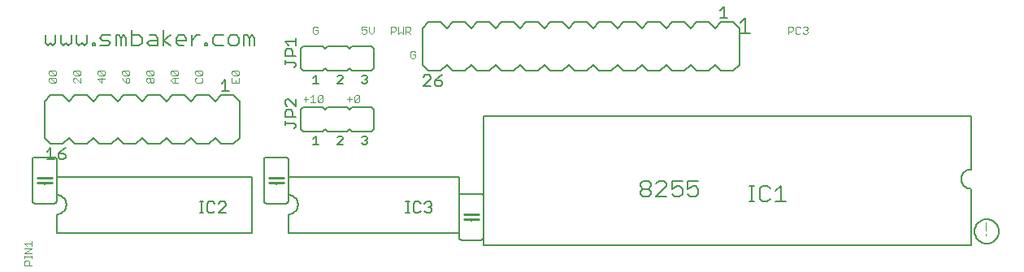
<source format=gto>
G75*
%MOIN*%
%OFA0B0*%
%FSLAX24Y24*%
%IPPOS*%
%LPD*%
%AMOC8*
5,1,8,0,0,1.08239X$1,22.5*
%
%ADD10C,0.0030*%
%ADD11C,0.0060*%
%ADD12C,0.0040*%
%ADD13C,0.0080*%
%ADD14C,0.0050*%
%ADD15C,0.0100*%
D10*
X000375Y002195D02*
X000375Y002340D01*
X000423Y002388D01*
X000520Y002388D01*
X000568Y002340D01*
X000568Y002195D01*
X000665Y002195D02*
X000375Y002195D01*
X000375Y002490D02*
X000375Y002586D01*
X000375Y002538D02*
X000665Y002538D01*
X000665Y002490D02*
X000665Y002586D01*
X000665Y002686D02*
X000375Y002686D01*
X000665Y002880D01*
X000375Y002880D01*
X000472Y002981D02*
X000375Y003077D01*
X000665Y003077D01*
X000665Y002981D02*
X000665Y003174D01*
X011908Y008923D02*
X011908Y009117D01*
X011811Y009020D02*
X012005Y009020D01*
X012106Y009068D02*
X012202Y009165D01*
X012202Y008875D01*
X012106Y008875D02*
X012299Y008875D01*
X012400Y008923D02*
X012594Y009117D01*
X012594Y008923D01*
X012545Y008875D01*
X012449Y008875D01*
X012400Y008923D01*
X012400Y009117D01*
X012449Y009165D01*
X012545Y009165D01*
X012594Y009117D01*
X013606Y009020D02*
X013799Y009020D01*
X013702Y009117D02*
X013702Y008923D01*
X013900Y008923D02*
X014094Y009117D01*
X014094Y008923D01*
X014045Y008875D01*
X013949Y008875D01*
X013900Y008923D01*
X013900Y009117D01*
X013949Y009165D01*
X014045Y009165D01*
X014094Y009117D01*
X016195Y010743D02*
X016243Y010695D01*
X016340Y010695D01*
X016388Y010743D01*
X016388Y010840D01*
X016292Y010840D01*
X016388Y010937D02*
X016340Y010985D01*
X016243Y010985D01*
X016195Y010937D01*
X016195Y010743D01*
X016178Y011695D02*
X016081Y011792D01*
X016129Y011792D02*
X015984Y011792D01*
X015984Y011695D02*
X015984Y011985D01*
X016129Y011985D01*
X016178Y011937D01*
X016178Y011840D01*
X016129Y011792D01*
X015883Y011695D02*
X015883Y011985D01*
X015690Y011985D02*
X015690Y011695D01*
X015786Y011792D01*
X015883Y011695D01*
X015588Y011840D02*
X015540Y011792D01*
X015395Y011792D01*
X015395Y011695D02*
X015395Y011985D01*
X015540Y011985D01*
X015588Y011937D01*
X015588Y011840D01*
X014683Y011792D02*
X014683Y011985D01*
X014490Y011985D02*
X014490Y011792D01*
X014586Y011695D01*
X014683Y011792D01*
X014388Y011840D02*
X014388Y011743D01*
X014340Y011695D01*
X014243Y011695D01*
X014195Y011743D01*
X014195Y011840D02*
X014292Y011888D01*
X014340Y011888D01*
X014388Y011840D01*
X014388Y011985D02*
X014195Y011985D01*
X014195Y011840D01*
X012388Y011840D02*
X012388Y011743D01*
X012340Y011695D01*
X012243Y011695D01*
X012195Y011743D01*
X012195Y011937D01*
X012243Y011985D01*
X012340Y011985D01*
X012388Y011937D01*
X012388Y011840D02*
X012292Y011840D01*
X009165Y010135D02*
X009165Y010038D01*
X009117Y009990D01*
X008923Y010183D01*
X009117Y010183D01*
X009165Y010135D01*
X009117Y009990D02*
X008923Y009990D01*
X008875Y010038D01*
X008875Y010135D01*
X008923Y010183D01*
X008875Y009888D02*
X008875Y009695D01*
X009165Y009695D01*
X009165Y009888D01*
X009020Y009792D02*
X009020Y009695D01*
X007665Y009743D02*
X007617Y009695D01*
X007423Y009695D01*
X007375Y009743D01*
X007375Y009840D01*
X007423Y009888D01*
X007423Y009990D02*
X007375Y010038D01*
X007375Y010135D01*
X007423Y010183D01*
X007617Y009990D01*
X007665Y010038D01*
X007665Y010135D01*
X007617Y010183D01*
X007423Y010183D01*
X007423Y009990D02*
X007617Y009990D01*
X007617Y009888D02*
X007665Y009840D01*
X007665Y009743D01*
X006665Y009695D02*
X006472Y009695D01*
X006375Y009792D01*
X006472Y009888D01*
X006665Y009888D01*
X006617Y009990D02*
X006423Y009990D01*
X006375Y010038D01*
X006375Y010135D01*
X006423Y010183D01*
X006617Y009990D01*
X006665Y010038D01*
X006665Y010135D01*
X006617Y010183D01*
X006423Y010183D01*
X006520Y009888D02*
X006520Y009695D01*
X005665Y009743D02*
X005617Y009695D01*
X005568Y009695D01*
X005520Y009743D01*
X005520Y009840D01*
X005568Y009888D01*
X005617Y009888D01*
X005665Y009840D01*
X005665Y009743D01*
X005520Y009743D02*
X005472Y009695D01*
X005423Y009695D01*
X005375Y009743D01*
X005375Y009840D01*
X005423Y009888D01*
X005472Y009888D01*
X005520Y009840D01*
X005617Y009990D02*
X005423Y010183D01*
X005617Y010183D01*
X005665Y010135D01*
X005665Y010038D01*
X005617Y009990D01*
X005423Y009990D01*
X005375Y010038D01*
X005375Y010135D01*
X005423Y010183D01*
X004665Y010135D02*
X004665Y010038D01*
X004617Y009990D01*
X004423Y010183D01*
X004617Y010183D01*
X004665Y010135D01*
X004617Y009990D02*
X004423Y009990D01*
X004375Y010038D01*
X004375Y010135D01*
X004423Y010183D01*
X004375Y009888D02*
X004423Y009792D01*
X004520Y009695D01*
X004520Y009840D01*
X004568Y009888D01*
X004617Y009888D01*
X004665Y009840D01*
X004665Y009743D01*
X004617Y009695D01*
X004520Y009695D01*
X003665Y009840D02*
X003375Y009840D01*
X003520Y009695D01*
X003520Y009888D01*
X003617Y009990D02*
X003423Y010183D01*
X003617Y010183D01*
X003665Y010135D01*
X003665Y010038D01*
X003617Y009990D01*
X003423Y009990D01*
X003375Y010038D01*
X003375Y010135D01*
X003423Y010183D01*
X002665Y010135D02*
X002665Y010038D01*
X002617Y009990D01*
X002423Y010183D01*
X002617Y010183D01*
X002665Y010135D01*
X002617Y009990D02*
X002423Y009990D01*
X002375Y010038D01*
X002375Y010135D01*
X002423Y010183D01*
X001665Y010135D02*
X001665Y010038D01*
X001617Y009990D01*
X001423Y010183D01*
X001617Y010183D01*
X001665Y010135D01*
X001617Y009990D02*
X001423Y009990D01*
X001375Y010038D01*
X001375Y010135D01*
X001423Y010183D01*
X001423Y009888D02*
X001617Y009695D01*
X001665Y009743D01*
X001665Y009840D01*
X001617Y009888D01*
X001423Y009888D01*
X001375Y009840D01*
X001375Y009743D01*
X001423Y009695D01*
X001617Y009695D01*
X002375Y009743D02*
X002423Y009695D01*
X002375Y009743D02*
X002375Y009840D01*
X002423Y009888D01*
X002472Y009888D01*
X002665Y009695D01*
X002665Y009888D01*
X031695Y011695D02*
X031695Y011985D01*
X031840Y011985D01*
X031888Y011937D01*
X031888Y011840D01*
X031840Y011792D01*
X031695Y011792D01*
X031990Y011743D02*
X031990Y011937D01*
X032038Y011985D01*
X032135Y011985D01*
X032183Y011937D01*
X032284Y011937D02*
X032333Y011985D01*
X032429Y011985D01*
X032478Y011937D01*
X032478Y011888D01*
X032429Y011840D01*
X032478Y011792D01*
X032478Y011743D01*
X032429Y011695D01*
X032333Y011695D01*
X032284Y011743D01*
X032183Y011743D02*
X032135Y011695D01*
X032038Y011695D01*
X031990Y011743D01*
X032381Y011840D02*
X032429Y011840D01*
D11*
X030137Y011710D02*
X029710Y011710D01*
X029924Y011710D02*
X029924Y012351D01*
X029710Y012137D01*
X029680Y011930D02*
X029430Y012180D01*
X028930Y012180D01*
X028680Y011930D01*
X028430Y012180D01*
X027930Y012180D01*
X027680Y011930D01*
X027430Y012180D01*
X026930Y012180D01*
X026680Y011930D01*
X026430Y012180D01*
X025930Y012180D01*
X025680Y011930D01*
X025430Y012180D01*
X024930Y012180D01*
X024680Y011930D01*
X024430Y012180D01*
X023930Y012180D01*
X023680Y011930D01*
X023430Y012180D01*
X022930Y012180D01*
X022680Y011930D01*
X022430Y012180D01*
X021930Y012180D01*
X021680Y011930D01*
X021430Y012180D01*
X020930Y012180D01*
X020680Y011930D01*
X020430Y012180D01*
X019930Y012180D01*
X019680Y011930D01*
X019430Y012180D01*
X018930Y012180D01*
X018680Y011930D01*
X018430Y012180D01*
X017930Y012180D01*
X017680Y011930D01*
X017430Y012180D01*
X016930Y012180D01*
X016680Y011930D01*
X016680Y010430D01*
X016930Y010180D01*
X017430Y010180D01*
X017680Y010430D01*
X017930Y010180D01*
X018430Y010180D01*
X018680Y010430D01*
X018930Y010180D01*
X019430Y010180D01*
X019680Y010430D01*
X019930Y010180D01*
X020430Y010180D01*
X020680Y010430D01*
X020930Y010180D01*
X021430Y010180D01*
X021680Y010430D01*
X021930Y010180D01*
X022430Y010180D01*
X022680Y010430D01*
X022930Y010180D01*
X023430Y010180D01*
X023680Y010430D01*
X023930Y010180D01*
X024430Y010180D01*
X024680Y010430D01*
X024930Y010180D01*
X025430Y010180D01*
X025680Y010430D01*
X025930Y010180D01*
X026430Y010180D01*
X026680Y010430D01*
X026930Y010180D01*
X027430Y010180D01*
X027680Y010430D01*
X027930Y010180D01*
X028430Y010180D01*
X028680Y010430D01*
X028930Y010180D01*
X029430Y010180D01*
X029680Y010430D01*
X029680Y011930D01*
X039180Y008330D02*
X019180Y008330D01*
X019180Y003030D01*
X039180Y003030D01*
X039180Y005330D01*
X039141Y005332D01*
X039102Y005338D01*
X039064Y005347D01*
X039027Y005360D01*
X038991Y005377D01*
X038958Y005397D01*
X038926Y005421D01*
X038897Y005447D01*
X038871Y005476D01*
X038847Y005508D01*
X038827Y005541D01*
X038810Y005577D01*
X038797Y005614D01*
X038788Y005652D01*
X038782Y005691D01*
X038780Y005730D01*
X038782Y005769D01*
X038788Y005808D01*
X038797Y005846D01*
X038810Y005883D01*
X038827Y005919D01*
X038847Y005952D01*
X038871Y005984D01*
X038897Y006013D01*
X038926Y006039D01*
X038958Y006063D01*
X038991Y006083D01*
X039027Y006100D01*
X039064Y006113D01*
X039102Y006122D01*
X039141Y006128D01*
X039180Y006130D01*
X039180Y008330D01*
X031379Y005451D02*
X031379Y004810D01*
X031592Y004810D02*
X031165Y004810D01*
X030948Y004917D02*
X030841Y004810D01*
X030628Y004810D01*
X030521Y004917D01*
X030521Y005344D01*
X030628Y005451D01*
X030841Y005451D01*
X030948Y005344D01*
X031165Y005237D02*
X031379Y005451D01*
X030305Y005451D02*
X030091Y005451D01*
X030198Y005451D02*
X030198Y004810D01*
X030091Y004810D02*
X030305Y004810D01*
X027992Y005117D02*
X027886Y005010D01*
X027672Y005010D01*
X027565Y005117D01*
X027348Y005117D02*
X027241Y005010D01*
X027028Y005010D01*
X026921Y005117D01*
X026703Y005010D02*
X026276Y005010D01*
X026703Y005437D01*
X026703Y005544D01*
X026597Y005651D01*
X026383Y005651D01*
X026276Y005544D01*
X026059Y005544D02*
X026059Y005437D01*
X025952Y005330D01*
X025739Y005330D01*
X025632Y005437D01*
X025632Y005544D01*
X025739Y005651D01*
X025952Y005651D01*
X026059Y005544D01*
X025952Y005330D02*
X026059Y005224D01*
X026059Y005117D01*
X025952Y005010D01*
X025739Y005010D01*
X025632Y005117D01*
X025632Y005224D01*
X025739Y005330D01*
X026921Y005330D02*
X026921Y005651D01*
X027348Y005651D01*
X027565Y005651D02*
X027565Y005330D01*
X027779Y005437D01*
X027886Y005437D01*
X027992Y005330D01*
X027992Y005117D01*
X027348Y005117D02*
X027348Y005330D01*
X027241Y005437D01*
X027134Y005437D01*
X026921Y005330D01*
X027565Y005651D02*
X027992Y005651D01*
X019180Y005030D02*
X019180Y003330D01*
X019178Y003313D01*
X019174Y003296D01*
X019167Y003280D01*
X019157Y003266D01*
X019144Y003253D01*
X019130Y003243D01*
X019114Y003236D01*
X019097Y003232D01*
X019080Y003230D01*
X018280Y003230D01*
X018263Y003232D01*
X018246Y003236D01*
X018230Y003243D01*
X018216Y003253D01*
X018203Y003266D01*
X018193Y003280D01*
X018186Y003296D01*
X018182Y003313D01*
X018180Y003330D01*
X018180Y005030D01*
X018182Y005047D01*
X018186Y005064D01*
X018193Y005080D01*
X018203Y005094D01*
X018216Y005107D01*
X018230Y005117D01*
X018246Y005124D01*
X018263Y005128D01*
X018280Y005130D01*
X019080Y005130D01*
X019097Y005128D01*
X019114Y005124D01*
X019130Y005117D01*
X019144Y005107D01*
X019157Y005094D01*
X019167Y005080D01*
X019174Y005064D01*
X019178Y005047D01*
X019180Y005030D01*
X018680Y004330D02*
X018680Y004280D01*
X018680Y004080D02*
X018680Y004030D01*
X018180Y003530D02*
X018180Y005830D01*
X011180Y005830D01*
X011180Y005080D01*
X011180Y004830D02*
X011180Y006530D01*
X011178Y006547D01*
X011174Y006564D01*
X011167Y006580D01*
X011157Y006594D01*
X011144Y006607D01*
X011130Y006617D01*
X011114Y006624D01*
X011097Y006628D01*
X011080Y006630D01*
X010280Y006630D01*
X010263Y006628D01*
X010246Y006624D01*
X010230Y006617D01*
X010216Y006607D01*
X010203Y006594D01*
X010193Y006580D01*
X010186Y006564D01*
X010182Y006547D01*
X010180Y006530D01*
X010180Y004830D01*
X010182Y004813D01*
X010186Y004796D01*
X010193Y004780D01*
X010203Y004766D01*
X010216Y004753D01*
X010230Y004743D01*
X010246Y004736D01*
X010263Y004732D01*
X010280Y004730D01*
X011080Y004730D01*
X011097Y004732D01*
X011114Y004736D01*
X011130Y004743D01*
X011144Y004753D01*
X011157Y004766D01*
X011167Y004780D01*
X011174Y004796D01*
X011178Y004813D01*
X011180Y004830D01*
X011180Y005080D02*
X011219Y005078D01*
X011258Y005072D01*
X011296Y005063D01*
X011333Y005050D01*
X011369Y005033D01*
X011402Y005013D01*
X011434Y004989D01*
X011463Y004963D01*
X011489Y004934D01*
X011513Y004902D01*
X011533Y004869D01*
X011550Y004833D01*
X011563Y004796D01*
X011572Y004758D01*
X011578Y004719D01*
X011580Y004680D01*
X011578Y004641D01*
X011572Y004602D01*
X011563Y004564D01*
X011550Y004527D01*
X011533Y004491D01*
X011513Y004458D01*
X011489Y004426D01*
X011463Y004397D01*
X011434Y004371D01*
X011402Y004347D01*
X011369Y004327D01*
X011333Y004310D01*
X011296Y004297D01*
X011258Y004288D01*
X011219Y004282D01*
X011180Y004280D01*
X011180Y003530D01*
X018180Y003530D01*
X010680Y005530D02*
X010680Y005580D01*
X010680Y005780D02*
X010680Y005830D01*
X009680Y005830D02*
X009680Y003530D01*
X001680Y003530D01*
X001680Y004280D01*
X001719Y004282D01*
X001758Y004288D01*
X001796Y004297D01*
X001833Y004310D01*
X001869Y004327D01*
X001902Y004347D01*
X001934Y004371D01*
X001963Y004397D01*
X001989Y004426D01*
X002013Y004458D01*
X002033Y004491D01*
X002050Y004527D01*
X002063Y004564D01*
X002072Y004602D01*
X002078Y004641D01*
X002080Y004680D01*
X002078Y004719D01*
X002072Y004758D01*
X002063Y004796D01*
X002050Y004833D01*
X002033Y004869D01*
X002013Y004902D01*
X001989Y004934D01*
X001963Y004963D01*
X001934Y004989D01*
X001902Y005013D01*
X001869Y005033D01*
X001833Y005050D01*
X001796Y005063D01*
X001758Y005072D01*
X001719Y005078D01*
X001680Y005080D01*
X001680Y005830D01*
X009680Y005830D01*
X008930Y007180D02*
X008430Y007180D01*
X008180Y007430D01*
X007930Y007180D01*
X007430Y007180D01*
X007180Y007430D01*
X006930Y007180D01*
X006430Y007180D01*
X006180Y007430D01*
X005930Y007180D01*
X005430Y007180D01*
X005180Y007430D01*
X004930Y007180D01*
X004430Y007180D01*
X004180Y007430D01*
X003930Y007180D01*
X003430Y007180D01*
X003180Y007430D01*
X002930Y007180D01*
X002430Y007180D01*
X002180Y007430D01*
X001930Y007180D01*
X001430Y007180D01*
X001180Y007430D01*
X001180Y008930D01*
X001430Y009180D01*
X001930Y009180D01*
X002180Y008930D01*
X002430Y009180D01*
X002930Y009180D01*
X003180Y008930D01*
X003430Y009180D01*
X003930Y009180D01*
X004180Y008930D01*
X004430Y009180D01*
X004930Y009180D01*
X005180Y008930D01*
X005430Y009180D01*
X005930Y009180D01*
X006180Y008930D01*
X006430Y009180D01*
X006930Y009180D01*
X007180Y008930D01*
X007430Y009180D01*
X007930Y009180D01*
X008180Y008930D01*
X008430Y009180D01*
X008930Y009180D01*
X009180Y008930D01*
X009180Y007430D01*
X008930Y007180D01*
X011680Y007780D02*
X011780Y007680D01*
X012580Y007680D01*
X012680Y007780D01*
X012780Y007680D01*
X013580Y007680D01*
X013680Y007780D01*
X013780Y007680D01*
X014580Y007680D01*
X014680Y007780D01*
X014680Y008580D01*
X014580Y008680D01*
X013780Y008680D01*
X013680Y008580D01*
X013580Y008680D01*
X012780Y008680D01*
X012680Y008580D01*
X012580Y008680D01*
X011780Y008680D01*
X011680Y008580D01*
X011680Y007780D01*
X011780Y010180D02*
X012580Y010180D01*
X012680Y010280D01*
X012780Y010180D01*
X013580Y010180D01*
X013680Y010280D01*
X013780Y010180D01*
X014580Y010180D01*
X014680Y010280D01*
X014680Y011080D01*
X014580Y011180D01*
X013780Y011180D01*
X013680Y011080D01*
X013580Y011180D01*
X012780Y011180D01*
X012680Y011080D01*
X012580Y011180D01*
X011780Y011180D01*
X011680Y011080D01*
X011680Y010280D01*
X011780Y010180D01*
X009801Y011210D02*
X009801Y011530D01*
X009695Y011637D01*
X009588Y011530D01*
X009588Y011210D01*
X009374Y011210D02*
X009374Y011637D01*
X009481Y011637D01*
X009588Y011530D01*
X009157Y011530D02*
X009157Y011317D01*
X009050Y011210D01*
X008837Y011210D01*
X008730Y011317D01*
X008730Y011530D01*
X008837Y011637D01*
X009050Y011637D01*
X009157Y011530D01*
X008512Y011637D02*
X008192Y011637D01*
X008085Y011530D01*
X008085Y011317D01*
X008192Y011210D01*
X008512Y011210D01*
X007870Y011210D02*
X007870Y011317D01*
X007763Y011317D01*
X007763Y011210D01*
X007870Y011210D01*
X007439Y011637D02*
X007226Y011424D01*
X007226Y011637D02*
X007226Y011210D01*
X006902Y011210D02*
X006688Y011210D01*
X006581Y011317D01*
X006581Y011530D01*
X006688Y011637D01*
X006902Y011637D01*
X007008Y011530D01*
X007008Y011424D01*
X006581Y011424D01*
X006364Y011637D02*
X006044Y011424D01*
X006364Y011210D01*
X006044Y011210D02*
X006044Y011851D01*
X005827Y011530D02*
X005720Y011637D01*
X005506Y011637D01*
X005506Y011424D02*
X005827Y011424D01*
X005827Y011530D02*
X005827Y011210D01*
X005506Y011210D01*
X005400Y011317D01*
X005506Y011424D01*
X005182Y011530D02*
X005182Y011317D01*
X005075Y011210D01*
X004755Y011210D01*
X004755Y011851D01*
X004755Y011637D02*
X005075Y011637D01*
X005182Y011530D01*
X004538Y011530D02*
X004538Y011210D01*
X004324Y011210D02*
X004324Y011530D01*
X004431Y011637D01*
X004538Y011530D01*
X004324Y011530D02*
X004217Y011637D01*
X004110Y011637D01*
X004110Y011210D01*
X003893Y011317D02*
X003786Y011424D01*
X003573Y011424D01*
X003466Y011530D01*
X003573Y011637D01*
X003893Y011637D01*
X003893Y011317D02*
X003786Y011210D01*
X003466Y011210D01*
X003250Y011210D02*
X003250Y011317D01*
X003144Y011317D01*
X003144Y011210D01*
X003250Y011210D01*
X002926Y011317D02*
X002926Y011637D01*
X002499Y011637D02*
X002499Y011317D01*
X002606Y011210D01*
X002713Y011317D01*
X002819Y011210D01*
X002926Y011317D01*
X002282Y011317D02*
X002282Y011637D01*
X001855Y011637D02*
X001855Y011317D01*
X001961Y011210D01*
X002068Y011317D01*
X002175Y011210D01*
X002282Y011317D01*
X001637Y011317D02*
X001637Y011637D01*
X001637Y011317D02*
X001530Y011210D01*
X001424Y011317D01*
X001317Y011210D01*
X001210Y011317D01*
X001210Y011637D01*
X007439Y011637D02*
X007546Y011637D01*
X001580Y006630D02*
X000780Y006630D01*
X000763Y006628D01*
X000746Y006624D01*
X000730Y006617D01*
X000716Y006607D01*
X000703Y006594D01*
X000693Y006580D01*
X000686Y006564D01*
X000682Y006547D01*
X000680Y006530D01*
X000680Y004830D01*
X000682Y004813D01*
X000686Y004796D01*
X000693Y004780D01*
X000703Y004766D01*
X000716Y004753D01*
X000730Y004743D01*
X000746Y004736D01*
X000763Y004732D01*
X000780Y004730D01*
X001580Y004730D01*
X001597Y004732D01*
X001614Y004736D01*
X001630Y004743D01*
X001644Y004753D01*
X001657Y004766D01*
X001667Y004780D01*
X001674Y004796D01*
X001678Y004813D01*
X001680Y004830D01*
X001680Y006530D01*
X001678Y006547D01*
X001674Y006564D01*
X001667Y006580D01*
X001657Y006594D01*
X001644Y006607D01*
X001630Y006617D01*
X001614Y006624D01*
X001597Y006628D01*
X001580Y006630D01*
X001180Y005830D02*
X001180Y005780D01*
X001180Y005580D02*
X001180Y005530D01*
D12*
X039800Y003937D02*
X039800Y003630D01*
X039800Y003477D02*
X039800Y003400D01*
D13*
X039330Y003580D02*
X039332Y003624D01*
X039338Y003668D01*
X039348Y003711D01*
X039361Y003753D01*
X039378Y003794D01*
X039399Y003833D01*
X039423Y003870D01*
X039450Y003905D01*
X039480Y003937D01*
X039513Y003967D01*
X039549Y003993D01*
X039586Y004017D01*
X039626Y004036D01*
X039667Y004053D01*
X039710Y004065D01*
X039753Y004074D01*
X039797Y004079D01*
X039841Y004080D01*
X039885Y004077D01*
X039929Y004070D01*
X039972Y004059D01*
X040014Y004045D01*
X040054Y004027D01*
X040093Y004005D01*
X040129Y003981D01*
X040163Y003953D01*
X040195Y003922D01*
X040224Y003888D01*
X040250Y003852D01*
X040272Y003814D01*
X040291Y003774D01*
X040306Y003732D01*
X040318Y003690D01*
X040326Y003646D01*
X040330Y003602D01*
X040330Y003558D01*
X040326Y003514D01*
X040318Y003470D01*
X040306Y003428D01*
X040291Y003386D01*
X040272Y003346D01*
X040250Y003308D01*
X040224Y003272D01*
X040195Y003238D01*
X040163Y003207D01*
X040129Y003179D01*
X040093Y003155D01*
X040054Y003133D01*
X040014Y003115D01*
X039972Y003101D01*
X039929Y003090D01*
X039885Y003083D01*
X039841Y003080D01*
X039797Y003081D01*
X039753Y003086D01*
X039710Y003095D01*
X039667Y003107D01*
X039626Y003124D01*
X039586Y003143D01*
X039549Y003167D01*
X039513Y003193D01*
X039480Y003223D01*
X039450Y003255D01*
X039423Y003290D01*
X039399Y003327D01*
X039378Y003366D01*
X039361Y003407D01*
X039348Y003449D01*
X039338Y003492D01*
X039332Y003536D01*
X039330Y003580D01*
D14*
X017495Y009630D02*
X017420Y009555D01*
X017270Y009555D01*
X017195Y009630D01*
X017195Y009780D01*
X017420Y009780D01*
X017495Y009705D01*
X017495Y009630D01*
X017345Y009930D02*
X017195Y009780D01*
X017034Y009855D02*
X017034Y009930D01*
X016959Y010005D01*
X016809Y010005D01*
X016734Y009930D01*
X017034Y009855D02*
X016734Y009555D01*
X017034Y009555D01*
X017345Y009930D02*
X017495Y010005D01*
X014432Y009939D02*
X014432Y009882D01*
X014375Y009825D01*
X014432Y009768D01*
X014432Y009712D01*
X014375Y009655D01*
X014262Y009655D01*
X014205Y009712D01*
X014318Y009825D02*
X014375Y009825D01*
X014432Y009939D02*
X014375Y009995D01*
X014262Y009995D01*
X014205Y009939D01*
X013432Y009939D02*
X013375Y009995D01*
X013262Y009995D01*
X013205Y009939D01*
X013432Y009939D02*
X013432Y009882D01*
X013205Y009655D01*
X013432Y009655D01*
X012432Y009655D02*
X012205Y009655D01*
X012318Y009655D02*
X012318Y009995D01*
X012205Y009882D01*
X011505Y010380D02*
X011430Y010305D01*
X011505Y010380D02*
X011505Y010455D01*
X011430Y010530D01*
X011055Y010530D01*
X011055Y010455D02*
X011055Y010605D01*
X011055Y010765D02*
X011055Y010991D01*
X011130Y011066D01*
X011280Y011066D01*
X011355Y010991D01*
X011355Y010765D01*
X011505Y010765D02*
X011055Y010765D01*
X011205Y011226D02*
X011055Y011376D01*
X011505Y011376D01*
X011505Y011226D02*
X011505Y011526D01*
X008595Y009805D02*
X008595Y009355D01*
X008445Y009355D02*
X008745Y009355D01*
X008445Y009655D02*
X008595Y009805D01*
X011055Y008951D02*
X011055Y008801D01*
X011130Y008726D01*
X011130Y008566D02*
X011280Y008566D01*
X011355Y008491D01*
X011355Y008265D01*
X011505Y008265D02*
X011055Y008265D01*
X011055Y008491D01*
X011130Y008566D01*
X011505Y008726D02*
X011205Y009026D01*
X011130Y009026D01*
X011055Y008951D01*
X011505Y009026D02*
X011505Y008726D01*
X011430Y008030D02*
X011055Y008030D01*
X011055Y007955D02*
X011055Y008105D01*
X011430Y008030D02*
X011505Y007955D01*
X011505Y007880D01*
X011430Y007805D01*
X012205Y007382D02*
X012318Y007495D01*
X012318Y007155D01*
X012205Y007155D02*
X012432Y007155D01*
X013205Y007155D02*
X013432Y007382D01*
X013432Y007439D01*
X013375Y007495D01*
X013262Y007495D01*
X013205Y007439D01*
X013205Y007155D02*
X013432Y007155D01*
X014205Y007212D02*
X014262Y007155D01*
X014375Y007155D01*
X014432Y007212D01*
X014432Y007268D01*
X014375Y007325D01*
X014318Y007325D01*
X014375Y007325D02*
X014432Y007382D01*
X014432Y007439D01*
X014375Y007495D01*
X014262Y007495D01*
X014205Y007439D01*
X016005Y004805D02*
X016155Y004805D01*
X016080Y004805D02*
X016080Y004355D01*
X016005Y004355D02*
X016155Y004355D01*
X016312Y004430D02*
X016387Y004355D01*
X016537Y004355D01*
X016612Y004430D01*
X016772Y004430D02*
X016847Y004355D01*
X016998Y004355D01*
X017073Y004430D01*
X017073Y004505D01*
X016998Y004580D01*
X016922Y004580D01*
X016998Y004580D02*
X017073Y004655D01*
X017073Y004730D01*
X016998Y004805D01*
X016847Y004805D01*
X016772Y004730D01*
X016612Y004730D02*
X016537Y004805D01*
X016387Y004805D01*
X016312Y004730D01*
X016312Y004430D01*
X008623Y004355D02*
X008322Y004355D01*
X008623Y004655D01*
X008623Y004730D01*
X008548Y004805D01*
X008397Y004805D01*
X008322Y004730D01*
X008162Y004730D02*
X008087Y004805D01*
X007937Y004805D01*
X007862Y004730D01*
X007862Y004430D01*
X007937Y004355D01*
X008087Y004355D01*
X008162Y004430D01*
X007705Y004355D02*
X007555Y004355D01*
X007630Y004355D02*
X007630Y004805D01*
X007555Y004805D02*
X007705Y004805D01*
X002045Y006630D02*
X002045Y006705D01*
X001970Y006780D01*
X001745Y006780D01*
X001745Y006630D01*
X001820Y006555D01*
X001970Y006555D01*
X002045Y006630D01*
X001895Y006930D02*
X001745Y006780D01*
X001895Y006930D02*
X002045Y007005D01*
X001434Y007005D02*
X001284Y006855D01*
X001434Y007005D02*
X001434Y006555D01*
X001284Y006555D02*
X001584Y006555D01*
X028895Y012355D02*
X029195Y012355D01*
X029045Y012355D02*
X029045Y012805D01*
X028895Y012655D01*
D15*
X010980Y005780D02*
X010680Y005780D01*
X010380Y005780D01*
X010380Y005580D02*
X010680Y005580D01*
X010980Y005580D01*
X018380Y004280D02*
X018680Y004280D01*
X018980Y004280D01*
X018980Y004080D02*
X018680Y004080D01*
X018380Y004080D01*
X001480Y005580D02*
X001180Y005580D01*
X000880Y005580D01*
X000880Y005780D02*
X001180Y005780D01*
X001480Y005780D01*
M02*

</source>
